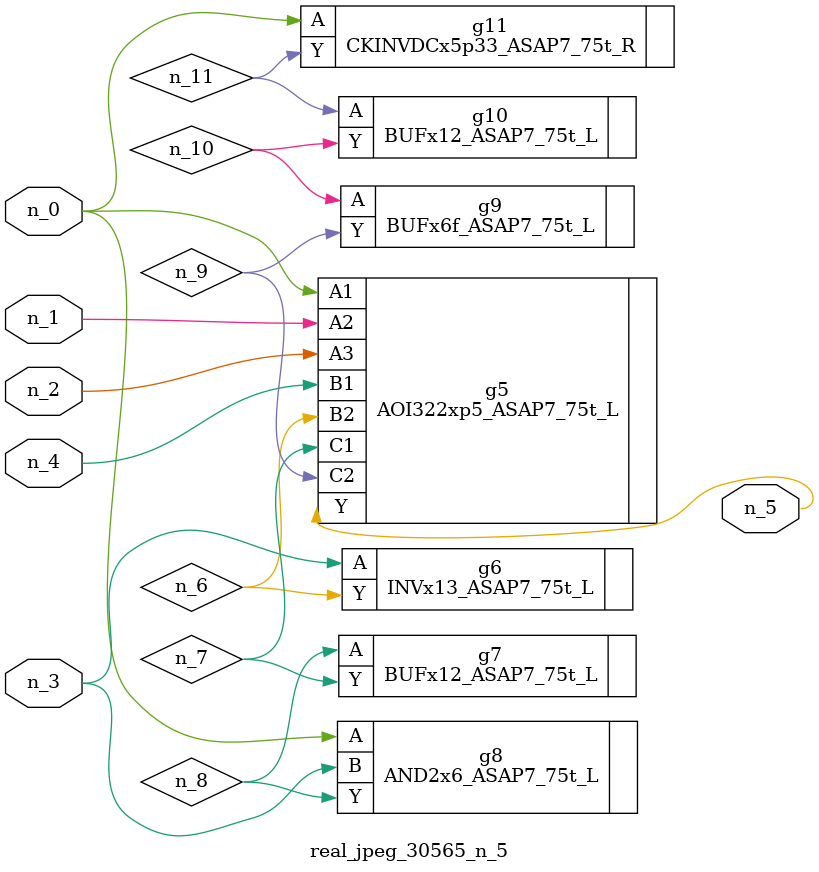
<source format=v>
module real_jpeg_30565_n_5 (n_4, n_0, n_1, n_2, n_3, n_5);

input n_4;
input n_0;
input n_1;
input n_2;
input n_3;

output n_5;

wire n_8;
wire n_11;
wire n_6;
wire n_7;
wire n_10;
wire n_9;

AOI322xp5_ASAP7_75t_L g5 ( 
.A1(n_0),
.A2(n_1),
.A3(n_2),
.B1(n_4),
.B2(n_6),
.C1(n_7),
.C2(n_9),
.Y(n_5)
);

AND2x6_ASAP7_75t_L g8 ( 
.A(n_0),
.B(n_3),
.Y(n_8)
);

CKINVDCx5p33_ASAP7_75t_R g11 ( 
.A(n_0),
.Y(n_11)
);

INVx13_ASAP7_75t_L g6 ( 
.A(n_3),
.Y(n_6)
);

BUFx12_ASAP7_75t_L g7 ( 
.A(n_8),
.Y(n_7)
);

BUFx6f_ASAP7_75t_L g9 ( 
.A(n_10),
.Y(n_9)
);

BUFx12_ASAP7_75t_L g10 ( 
.A(n_11),
.Y(n_10)
);


endmodule
</source>
